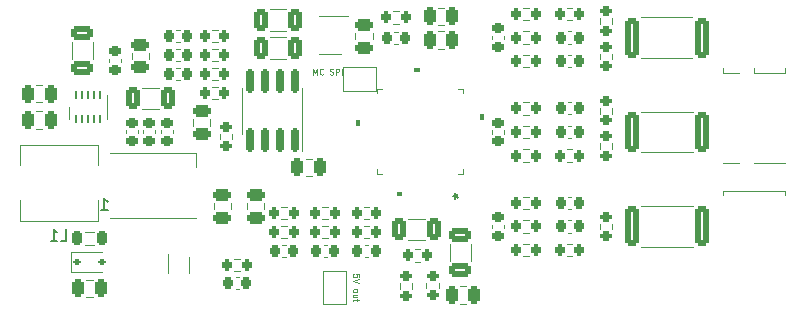
<source format=gbr>
%TF.GenerationSoftware,KiCad,Pcbnew,7.0.7*%
%TF.CreationDate,2023-10-21T19:04:04-04:00*%
%TF.ProjectId,xESC2,78455343-322e-46b6-9963-61645f706362,rev?*%
%TF.SameCoordinates,Original*%
%TF.FileFunction,Legend,Bot*%
%TF.FilePolarity,Positive*%
%FSLAX46Y46*%
G04 Gerber Fmt 4.6, Leading zero omitted, Abs format (unit mm)*
G04 Created by KiCad (PCBNEW 7.0.7) date 2023-10-21 19:04:04*
%MOMM*%
%LPD*%
G01*
G04 APERTURE LIST*
G04 Aperture macros list*
%AMRoundRect*
0 Rectangle with rounded corners*
0 $1 Rounding radius*
0 $2 $3 $4 $5 $6 $7 $8 $9 X,Y pos of 4 corners*
0 Add a 4 corners polygon primitive as box body*
4,1,4,$2,$3,$4,$5,$6,$7,$8,$9,$2,$3,0*
0 Add four circle primitives for the rounded corners*
1,1,$1+$1,$2,$3*
1,1,$1+$1,$4,$5*
1,1,$1+$1,$6,$7*
1,1,$1+$1,$8,$9*
0 Add four rect primitives between the rounded corners*
20,1,$1+$1,$2,$3,$4,$5,0*
20,1,$1+$1,$4,$5,$6,$7,0*
20,1,$1+$1,$6,$7,$8,$9,0*
20,1,$1+$1,$8,$9,$2,$3,0*%
G04 Aperture macros list end*
%ADD10C,0.100000*%
%ADD11C,0.150000*%
%ADD12C,0.120000*%
%ADD13R,1.500000X2.400000*%
%ADD14RoundRect,0.249999X0.362501X1.425001X-0.362501X1.425001X-0.362501X-1.425001X0.362501X-1.425001X0*%
%ADD15RoundRect,0.250000X-0.325000X-0.650000X0.325000X-0.650000X0.325000X0.650000X-0.325000X0.650000X0*%
%ADD16RoundRect,0.225000X-0.250000X0.225000X-0.250000X-0.225000X0.250000X-0.225000X0.250000X0.225000X0*%
%ADD17RoundRect,0.250000X0.650000X-0.325000X0.650000X0.325000X-0.650000X0.325000X-0.650000X-0.325000X0*%
%ADD18RoundRect,0.250000X0.475000X-0.250000X0.475000X0.250000X-0.475000X0.250000X-0.475000X-0.250000X0*%
%ADD19RoundRect,0.250000X-0.475000X0.250000X-0.475000X-0.250000X0.475000X-0.250000X0.475000X0.250000X0*%
%ADD20RoundRect,0.250000X0.250000X0.475000X-0.250000X0.475000X-0.250000X-0.475000X0.250000X-0.475000X0*%
%ADD21RoundRect,0.250000X-0.250000X-0.475000X0.250000X-0.475000X0.250000X0.475000X-0.250000X0.475000X0*%
%ADD22C,3.800000*%
%ADD23C,2.600000*%
%ADD24R,1.700000X1.700000*%
%ADD25O,1.700000X1.700000*%
%ADD26R,3.800000X3.800000*%
%ADD27C,4.000000*%
%ADD28C,0.650000*%
%ADD29O,1.000000X2.100000*%
%ADD30O,1.000000X1.800000*%
%ADD31RoundRect,0.200000X0.200000X0.275000X-0.200000X0.275000X-0.200000X-0.275000X0.200000X-0.275000X0*%
%ADD32RoundRect,0.225000X0.225000X0.250000X-0.225000X0.250000X-0.225000X-0.250000X0.225000X-0.250000X0*%
%ADD33RoundRect,0.225000X-0.225000X-0.250000X0.225000X-0.250000X0.225000X0.250000X-0.225000X0.250000X0*%
%ADD34RoundRect,0.200000X-0.200000X-0.275000X0.200000X-0.275000X0.200000X0.275000X-0.200000X0.275000X0*%
%ADD35RoundRect,0.200000X-0.275000X0.200000X-0.275000X-0.200000X0.275000X-0.200000X0.275000X0.200000X0*%
%ADD36RoundRect,0.200000X0.275000X-0.200000X0.275000X0.200000X-0.275000X0.200000X-0.275000X-0.200000X0*%
%ADD37RoundRect,0.249999X0.325001X0.650001X-0.325001X0.650001X-0.325001X-0.650001X0.325001X-0.650001X0*%
%ADD38RoundRect,0.225000X0.250000X-0.225000X0.250000X0.225000X-0.250000X0.225000X-0.250000X-0.225000X0*%
%ADD39R,0.279400X1.340599*%
%ADD40R,1.340599X0.279400*%
%ADD41R,5.003800X5.003800*%
%ADD42R,1.060000X0.650000*%
%ADD43RoundRect,0.150000X0.150000X-0.825000X0.150000X0.825000X-0.150000X0.825000X-0.150000X-0.825000X0*%
%ADD44R,0.340000X0.700000*%
%ADD45RoundRect,0.062500X-0.062500X0.300000X-0.062500X-0.300000X0.062500X-0.300000X0.062500X0.300000X0*%
%ADD46R,2.000000X0.900000*%
%ADD47R,1.000000X1.500000*%
%ADD48RoundRect,0.112500X-0.187500X-0.112500X0.187500X-0.112500X0.187500X0.112500X-0.187500X0.112500X0*%
%ADD49R,1.500000X0.900000*%
%ADD50R,1.500000X1.000000*%
%ADD51RoundRect,0.218750X-0.218750X-0.381250X0.218750X-0.381250X0.218750X0.381250X-0.218750X0.381250X0*%
G04 APERTURE END LIST*
D10*
X242066390Y-130672931D02*
X242066390Y-130434836D01*
X242066390Y-130434836D02*
X241828295Y-130411027D01*
X241828295Y-130411027D02*
X241852104Y-130434836D01*
X241852104Y-130434836D02*
X241875914Y-130482455D01*
X241875914Y-130482455D02*
X241875914Y-130601503D01*
X241875914Y-130601503D02*
X241852104Y-130649122D01*
X241852104Y-130649122D02*
X241828295Y-130672931D01*
X241828295Y-130672931D02*
X241780676Y-130696741D01*
X241780676Y-130696741D02*
X241661628Y-130696741D01*
X241661628Y-130696741D02*
X241614009Y-130672931D01*
X241614009Y-130672931D02*
X241590200Y-130649122D01*
X241590200Y-130649122D02*
X241566390Y-130601503D01*
X241566390Y-130601503D02*
X241566390Y-130482455D01*
X241566390Y-130482455D02*
X241590200Y-130434836D01*
X241590200Y-130434836D02*
X241614009Y-130411027D01*
X242066390Y-130839598D02*
X241566390Y-131006264D01*
X241566390Y-131006264D02*
X242066390Y-131172931D01*
X241566390Y-131791978D02*
X241590200Y-131744359D01*
X241590200Y-131744359D02*
X241614009Y-131720549D01*
X241614009Y-131720549D02*
X241661628Y-131696740D01*
X241661628Y-131696740D02*
X241804485Y-131696740D01*
X241804485Y-131696740D02*
X241852104Y-131720549D01*
X241852104Y-131720549D02*
X241875914Y-131744359D01*
X241875914Y-131744359D02*
X241899723Y-131791978D01*
X241899723Y-131791978D02*
X241899723Y-131863406D01*
X241899723Y-131863406D02*
X241875914Y-131911025D01*
X241875914Y-131911025D02*
X241852104Y-131934835D01*
X241852104Y-131934835D02*
X241804485Y-131958644D01*
X241804485Y-131958644D02*
X241661628Y-131958644D01*
X241661628Y-131958644D02*
X241614009Y-131934835D01*
X241614009Y-131934835D02*
X241590200Y-131911025D01*
X241590200Y-131911025D02*
X241566390Y-131863406D01*
X241566390Y-131863406D02*
X241566390Y-131791978D01*
X241899723Y-132387216D02*
X241566390Y-132387216D01*
X241899723Y-132172930D02*
X241637819Y-132172930D01*
X241637819Y-132172930D02*
X241590200Y-132196740D01*
X241590200Y-132196740D02*
X241566390Y-132244359D01*
X241566390Y-132244359D02*
X241566390Y-132315787D01*
X241566390Y-132315787D02*
X241590200Y-132363406D01*
X241590200Y-132363406D02*
X241614009Y-132387216D01*
X241899723Y-132553883D02*
X241899723Y-132744359D01*
X242066390Y-132625311D02*
X241637819Y-132625311D01*
X241637819Y-132625311D02*
X241590200Y-132649121D01*
X241590200Y-132649121D02*
X241566390Y-132696740D01*
X241566390Y-132696740D02*
X241566390Y-132744359D01*
X238184836Y-113533609D02*
X238184836Y-113033609D01*
X238184836Y-113033609D02*
X238351503Y-113390752D01*
X238351503Y-113390752D02*
X238518169Y-113033609D01*
X238518169Y-113033609D02*
X238518169Y-113533609D01*
X239041979Y-113485990D02*
X239018170Y-113509800D01*
X239018170Y-113509800D02*
X238946741Y-113533609D01*
X238946741Y-113533609D02*
X238899122Y-113533609D01*
X238899122Y-113533609D02*
X238827694Y-113509800D01*
X238827694Y-113509800D02*
X238780075Y-113462180D01*
X238780075Y-113462180D02*
X238756265Y-113414561D01*
X238756265Y-113414561D02*
X238732456Y-113319323D01*
X238732456Y-113319323D02*
X238732456Y-113247895D01*
X238732456Y-113247895D02*
X238756265Y-113152657D01*
X238756265Y-113152657D02*
X238780075Y-113105038D01*
X238780075Y-113105038D02*
X238827694Y-113057419D01*
X238827694Y-113057419D02*
X238899122Y-113033609D01*
X238899122Y-113033609D02*
X238946741Y-113033609D01*
X238946741Y-113033609D02*
X239018170Y-113057419D01*
X239018170Y-113057419D02*
X239041979Y-113081228D01*
X239613408Y-113509800D02*
X239684836Y-113533609D01*
X239684836Y-113533609D02*
X239803884Y-113533609D01*
X239803884Y-113533609D02*
X239851503Y-113509800D01*
X239851503Y-113509800D02*
X239875312Y-113485990D01*
X239875312Y-113485990D02*
X239899122Y-113438371D01*
X239899122Y-113438371D02*
X239899122Y-113390752D01*
X239899122Y-113390752D02*
X239875312Y-113343133D01*
X239875312Y-113343133D02*
X239851503Y-113319323D01*
X239851503Y-113319323D02*
X239803884Y-113295514D01*
X239803884Y-113295514D02*
X239708646Y-113271704D01*
X239708646Y-113271704D02*
X239661027Y-113247895D01*
X239661027Y-113247895D02*
X239637217Y-113224085D01*
X239637217Y-113224085D02*
X239613408Y-113176466D01*
X239613408Y-113176466D02*
X239613408Y-113128847D01*
X239613408Y-113128847D02*
X239637217Y-113081228D01*
X239637217Y-113081228D02*
X239661027Y-113057419D01*
X239661027Y-113057419D02*
X239708646Y-113033609D01*
X239708646Y-113033609D02*
X239827693Y-113033609D01*
X239827693Y-113033609D02*
X239899122Y-113057419D01*
X240113407Y-113533609D02*
X240113407Y-113033609D01*
X240113407Y-113033609D02*
X240303883Y-113033609D01*
X240303883Y-113033609D02*
X240351502Y-113057419D01*
X240351502Y-113057419D02*
X240375312Y-113081228D01*
X240375312Y-113081228D02*
X240399121Y-113128847D01*
X240399121Y-113128847D02*
X240399121Y-113200276D01*
X240399121Y-113200276D02*
X240375312Y-113247895D01*
X240375312Y-113247895D02*
X240351502Y-113271704D01*
X240351502Y-113271704D02*
X240303883Y-113295514D01*
X240303883Y-113295514D02*
X240113407Y-113295514D01*
X240613407Y-113533609D02*
X240613407Y-113033609D01*
D11*
X216816666Y-127604819D02*
X217292856Y-127604819D01*
X217292856Y-127604819D02*
X217292856Y-126604819D01*
X215959523Y-127604819D02*
X216530951Y-127604819D01*
X216245237Y-127604819D02*
X216245237Y-126604819D01*
X216245237Y-126604819D02*
X216340475Y-126747676D01*
X216340475Y-126747676D02*
X216435713Y-126842914D01*
X216435713Y-126842914D02*
X216530951Y-126890533D01*
X250035819Y-123830799D02*
X250273914Y-123830799D01*
X250178676Y-123592704D02*
X250273914Y-123830799D01*
X250273914Y-123830799D02*
X250178676Y-124068894D01*
X250464390Y-123687942D02*
X250273914Y-123830799D01*
X250273914Y-123830799D02*
X250464390Y-123973656D01*
X250035819Y-123830799D02*
X250273914Y-123830799D01*
X250178676Y-123592704D02*
X250273914Y-123830799D01*
X250273914Y-123830799D02*
X250178676Y-124068894D01*
X250464390Y-123687942D02*
X250273914Y-123830799D01*
X250273914Y-123830799D02*
X250464390Y-123973656D01*
X220214285Y-125004819D02*
X220785713Y-125004819D01*
X220499999Y-125004819D02*
X220499999Y-124004819D01*
X220499999Y-124004819D02*
X220595237Y-124147676D01*
X220595237Y-124147676D02*
X220690475Y-124242914D01*
X220690475Y-124242914D02*
X220785713Y-124290533D01*
D12*
%TO.C,L1*%
X213350000Y-125900000D02*
X219950000Y-125900000D01*
X219950000Y-125900000D02*
X219950000Y-124200000D01*
X219950000Y-119500000D02*
X213350000Y-119500000D01*
X213350000Y-119500000D02*
X213350000Y-121200000D01*
X219950000Y-121200000D02*
X219950000Y-119500000D01*
X213350000Y-124200000D02*
X213350000Y-125900000D01*
%TO.C,R3*%
X270314564Y-128110000D02*
X265960436Y-128110000D01*
X270314564Y-124690000D02*
X265960436Y-124690000D01*
%TO.C,C4*%
X246238748Y-127560000D02*
X247661252Y-127560000D01*
X246238748Y-125740000D02*
X247661252Y-125740000D01*
%TO.C,C36*%
X226320000Y-118234420D02*
X226320000Y-118515580D01*
X225300000Y-118234420D02*
X225300000Y-118515580D01*
%TO.C,C35*%
X224810000Y-118234420D02*
X224810000Y-118515580D01*
X223790000Y-118234420D02*
X223790000Y-118515580D01*
%TO.C,C34*%
X223320000Y-118234420D02*
X223320000Y-118515580D01*
X222300000Y-118234420D02*
X222300000Y-118515580D01*
%TO.C,C22*%
X219560000Y-112211252D02*
X219560000Y-110788748D01*
X217740000Y-112211252D02*
X217740000Y-110788748D01*
%TO.C,C33*%
X231235000Y-124961252D02*
X231235000Y-124438748D01*
X229765000Y-124961252D02*
X229765000Y-124438748D01*
%TO.C,C32*%
X229485000Y-117338748D02*
X229485000Y-117861252D01*
X228015000Y-117338748D02*
X228015000Y-117861252D01*
%TO.C,C18*%
X232565000Y-124961252D02*
X232565000Y-124438748D01*
X234035000Y-124961252D02*
X234035000Y-124438748D01*
%TO.C,C17*%
X222815000Y-112211252D02*
X222815000Y-111688748D01*
X224285000Y-112211252D02*
X224285000Y-111688748D01*
%TO.C,C16*%
X223688748Y-116460000D02*
X225111252Y-116460000D01*
X223688748Y-114640000D02*
X225111252Y-114640000D01*
%TO.C,C7*%
X238061252Y-122135000D02*
X237538748Y-122135000D01*
X238061252Y-120665000D02*
X237538748Y-120665000D01*
%TO.C,C6*%
X250588748Y-131465000D02*
X251111252Y-131465000D01*
X250588748Y-132935000D02*
X251111252Y-132935000D01*
%TO.C,C5*%
X249740000Y-129311252D02*
X249740000Y-127888748D01*
X251560000Y-129311252D02*
X251560000Y-127888748D01*
%TO.C,R4*%
X256437258Y-124922500D02*
X255962742Y-124922500D01*
X256437258Y-123877500D02*
X255962742Y-123877500D01*
%TO.C,C15*%
X242840580Y-128960000D02*
X242559420Y-128960000D01*
X242840580Y-127940000D02*
X242559420Y-127940000D01*
%TO.C,C11*%
X245059420Y-109940000D02*
X245340580Y-109940000D01*
X245059420Y-110960000D02*
X245340580Y-110960000D01*
%TO.C,C13*%
X241765000Y-110561252D02*
X241765000Y-110038748D01*
X243235000Y-110561252D02*
X243235000Y-110038748D01*
%TO.C,C25*%
X259759420Y-115890000D02*
X260040580Y-115890000D01*
X259759420Y-116910000D02*
X260040580Y-116910000D01*
%TO.C,C26*%
X259759420Y-111890000D02*
X260040580Y-111890000D01*
X259759420Y-112910000D02*
X260040580Y-112910000D01*
%TO.C,R5*%
X256437258Y-118922500D02*
X255962742Y-118922500D01*
X256437258Y-117877500D02*
X255962742Y-117877500D01*
%TO.C,R6*%
X256437258Y-120922500D02*
X255962742Y-120922500D01*
X256437258Y-119877500D02*
X255962742Y-119877500D01*
%TO.C,C27*%
X239340580Y-128960000D02*
X239059420Y-128960000D01*
X239340580Y-127940000D02*
X239059420Y-127940000D01*
%TO.C,R7*%
X270314564Y-120110000D02*
X265960436Y-120110000D01*
X270314564Y-116690000D02*
X265960436Y-116690000D01*
%TO.C,C28*%
X235840580Y-128960000D02*
X235559420Y-128960000D01*
X235840580Y-127940000D02*
X235559420Y-127940000D01*
%TO.C,R8*%
X256437258Y-116922500D02*
X255962742Y-116922500D01*
X256437258Y-115877500D02*
X255962742Y-115877500D01*
%TO.C,R9*%
X256437258Y-110922500D02*
X255962742Y-110922500D01*
X256437258Y-109877500D02*
X255962742Y-109877500D01*
%TO.C,R10*%
X256437258Y-108922500D02*
X255962742Y-108922500D01*
X256437258Y-107877500D02*
X255962742Y-107877500D01*
%TO.C,R11*%
X270277064Y-112110000D02*
X265922936Y-112110000D01*
X270277064Y-108690000D02*
X265922936Y-108690000D01*
%TO.C,R13*%
X246762742Y-129372500D02*
X247237258Y-129372500D01*
X246762742Y-128327500D02*
X247237258Y-128327500D01*
%TO.C,R14*%
X248822500Y-131162742D02*
X248822500Y-131637258D01*
X247777500Y-131162742D02*
X247777500Y-131637258D01*
%TO.C,R15*%
X245527500Y-131687258D02*
X245527500Y-131212742D01*
X246572500Y-131687258D02*
X246572500Y-131212742D01*
%TO.C,R17*%
X242462742Y-124727500D02*
X242937258Y-124727500D01*
X242462742Y-125772500D02*
X242937258Y-125772500D01*
%TO.C,R18*%
X242937258Y-127372500D02*
X242462742Y-127372500D01*
X242937258Y-126327500D02*
X242462742Y-126327500D01*
%TO.C,R19*%
X238962742Y-124727500D02*
X239437258Y-124727500D01*
X238962742Y-125772500D02*
X239437258Y-125772500D01*
%TO.C,R20*%
X239437258Y-127372500D02*
X238962742Y-127372500D01*
X239437258Y-126327500D02*
X238962742Y-126327500D01*
%TO.C,R21*%
X235462742Y-124727500D02*
X235937258Y-124727500D01*
X235462742Y-125772500D02*
X235937258Y-125772500D01*
%TO.C,R22*%
X235937258Y-127372500D02*
X235462742Y-127372500D01*
X235937258Y-126327500D02*
X235462742Y-126327500D01*
%TO.C,R29*%
X244962742Y-108177500D02*
X245437258Y-108177500D01*
X244962742Y-109222500D02*
X245437258Y-109222500D01*
%TO.C,R2*%
X256437258Y-128922500D02*
X255962742Y-128922500D01*
X256437258Y-127877500D02*
X255962742Y-127877500D01*
%TO.C,C12*%
X249261252Y-111335000D02*
X248738748Y-111335000D01*
X249261252Y-109865000D02*
X248738748Y-109865000D01*
%TO.C,C14*%
X248738748Y-107865000D02*
X249261252Y-107865000D01*
X248738748Y-109335000D02*
X249261252Y-109335000D01*
%TO.C,C29*%
X260040580Y-126910000D02*
X259759420Y-126910000D01*
X260040580Y-125890000D02*
X259759420Y-125890000D01*
%TO.C,C30*%
X260040580Y-118910000D02*
X259759420Y-118910000D01*
X260040580Y-117890000D02*
X259759420Y-117890000D01*
%TO.C,R25*%
X263522500Y-119362742D02*
X263522500Y-119837258D01*
X262477500Y-119362742D02*
X262477500Y-119837258D01*
%TO.C,C31*%
X260040580Y-110910000D02*
X259759420Y-110910000D01*
X260040580Y-109890000D02*
X259759420Y-109890000D01*
%TO.C,R24*%
X260137258Y-128922500D02*
X259662742Y-128922500D01*
X260137258Y-127877500D02*
X259662742Y-127877500D01*
%TO.C,R28*%
X260137258Y-108922500D02*
X259662742Y-108922500D01*
X260137258Y-107877500D02*
X259662742Y-107877500D01*
%TO.C,R23*%
X263522500Y-126162742D02*
X263522500Y-126637258D01*
X262477500Y-126162742D02*
X262477500Y-126637258D01*
%TO.C,R26*%
X260137258Y-120922500D02*
X259662742Y-120922500D01*
X260137258Y-119877500D02*
X259662742Y-119877500D01*
%TO.C,C21*%
X235911252Y-109810000D02*
X234488748Y-109810000D01*
X235911252Y-107990000D02*
X234488748Y-107990000D01*
%TO.C,C20*%
X235911252Y-112210000D02*
X234488748Y-112210000D01*
X235911252Y-110390000D02*
X234488748Y-110390000D01*
%TO.C,C9*%
X254310000Y-118259420D02*
X254310000Y-118540580D01*
X253290000Y-118259420D02*
X253290000Y-118540580D01*
%TO.C,C8*%
X254310000Y-126259420D02*
X254310000Y-126540580D01*
X253290000Y-126259420D02*
X253290000Y-126540580D01*
%TO.C,C10*%
X253290000Y-110540580D02*
X253290000Y-110259420D01*
X254310000Y-110540580D02*
X254310000Y-110259420D01*
%TO.C,U1*%
X243567800Y-121982200D02*
X243567800Y-121572440D01*
X243977560Y-121982200D02*
X243567800Y-121982200D01*
X250832200Y-121982200D02*
X250422440Y-121982200D01*
X250832200Y-121572440D02*
X250832200Y-121982200D01*
X243567800Y-115127560D02*
X243567800Y-114717800D01*
X243567800Y-114717800D02*
X243977560Y-114717800D01*
X250422440Y-114717800D02*
X250832200Y-114717800D01*
X250832200Y-114717800D02*
X250832200Y-115127560D01*
D10*
X245640501Y-123703799D02*
X245259501Y-123703799D01*
X245259501Y-123449799D01*
X245640501Y-123449799D01*
X245640501Y-123703799D01*
G36*
X245640501Y-123703799D02*
G01*
X245259501Y-123703799D01*
X245259501Y-123449799D01*
X245640501Y-123449799D01*
X245640501Y-123703799D01*
G37*
X242100201Y-117790499D02*
X241846201Y-117790499D01*
X241846201Y-117409499D01*
X242100201Y-117409499D01*
X242100201Y-117790499D01*
G36*
X242100201Y-117790499D02*
G01*
X241846201Y-117790499D01*
X241846201Y-117409499D01*
X242100201Y-117409499D01*
X242100201Y-117790499D01*
G37*
X252553799Y-117290500D02*
X252299799Y-117290500D01*
X252299799Y-116909500D01*
X252553799Y-116909500D01*
X252553799Y-117290500D01*
G36*
X252553799Y-117290500D02*
G01*
X252299799Y-117290500D01*
X252299799Y-116909500D01*
X252553799Y-116909500D01*
X252553799Y-117290500D01*
G37*
X247140501Y-113250201D02*
X246759500Y-113250201D01*
X246759500Y-112996201D01*
X247140501Y-112996201D01*
X247140501Y-113250201D01*
G36*
X247140501Y-113250201D02*
G01*
X246759500Y-113250201D01*
X246759500Y-112996201D01*
X247140501Y-112996201D01*
X247140501Y-113250201D01*
G37*
D12*
%TO.C,R1*%
X256437258Y-126922500D02*
X255962742Y-126922500D01*
X256437258Y-125877500D02*
X255962742Y-125877500D01*
%TO.C,R27*%
X262477500Y-109237258D02*
X262477500Y-108762742D01*
X263522500Y-109237258D02*
X263522500Y-108762742D01*
%TO.C,R12*%
X256437258Y-112922500D02*
X255962742Y-112922500D01*
X256437258Y-111877500D02*
X255962742Y-111877500D01*
%TO.C,C24*%
X259759420Y-123890000D02*
X260040580Y-123890000D01*
X259759420Y-124910000D02*
X260040580Y-124910000D01*
%TO.C,U2*%
X240500000Y-111810000D02*
X238700000Y-111810000D01*
X238700000Y-108590000D02*
X241150000Y-108590000D01*
%TO.C,U5*%
X232140000Y-116600000D02*
X232140000Y-118550000D01*
X232140000Y-116600000D02*
X232140000Y-114650000D01*
X237260000Y-116600000D02*
X237260000Y-120050000D01*
X237260000Y-116600000D02*
X237260000Y-114650000D01*
%TO.C,R33*%
X230087258Y-114022500D02*
X229612742Y-114022500D01*
X230087258Y-112977500D02*
X229612742Y-112977500D01*
%TO.C,R34*%
X230087258Y-112422500D02*
X229612742Y-112422500D01*
X230087258Y-111377500D02*
X229612742Y-111377500D01*
%TO.C,C45*%
X226890580Y-114010000D02*
X226609420Y-114010000D01*
X226890580Y-112990000D02*
X226609420Y-112990000D01*
%TO.C,C46*%
X226890580Y-112410000D02*
X226609420Y-112410000D01*
X226890580Y-111390000D02*
X226609420Y-111390000D01*
%TO.C,R35*%
X230087258Y-110822500D02*
X229612742Y-110822500D01*
X230087258Y-109777500D02*
X229612742Y-109777500D01*
%TO.C,R30*%
X230087258Y-115622500D02*
X229612742Y-115622500D01*
X230087258Y-114577500D02*
X229612742Y-114577500D01*
%TO.C,C47*%
X226890580Y-110810000D02*
X226609420Y-110810000D01*
X226890580Y-109790000D02*
X226609420Y-109790000D01*
%TO.C,R41*%
X262477500Y-112237258D02*
X262477500Y-111762742D01*
X263522500Y-112237258D02*
X263522500Y-111762742D01*
%TO.C,TH1*%
X262477500Y-116837258D02*
X262477500Y-116362742D01*
X263522500Y-116837258D02*
X263522500Y-116362742D01*
%TO.C,J8*%
X272910000Y-108180000D02*
X278110000Y-108180000D01*
X272910000Y-110780000D02*
X272910000Y-108180000D01*
X272910000Y-110780000D02*
X275510000Y-110780000D01*
X272910000Y-112050000D02*
X272910000Y-113380000D01*
X272910000Y-113380000D02*
X274240000Y-113380000D01*
X275510000Y-110780000D02*
X275510000Y-113380000D01*
X275510000Y-113380000D02*
X278110000Y-113380000D01*
X278110000Y-113380000D02*
X278110000Y-108180000D01*
%TO.C,J7*%
X272910000Y-115800000D02*
X278110000Y-115800000D01*
X272910000Y-118400000D02*
X272910000Y-115800000D01*
X272910000Y-118400000D02*
X275510000Y-118400000D01*
X272910000Y-119670000D02*
X272910000Y-121000000D01*
X272910000Y-121000000D02*
X274240000Y-121000000D01*
X275510000Y-118400000D02*
X275510000Y-121000000D01*
X275510000Y-121000000D02*
X278110000Y-121000000D01*
X278110000Y-121000000D02*
X278110000Y-115800000D01*
%TO.C,J6*%
X272910000Y-123420000D02*
X278110000Y-123420000D01*
X272910000Y-126020000D02*
X272910000Y-123420000D01*
X272910000Y-126020000D02*
X275510000Y-126020000D01*
X272910000Y-127290000D02*
X272910000Y-128620000D01*
X272910000Y-128620000D02*
X274240000Y-128620000D01*
X275510000Y-126020000D02*
X275510000Y-128620000D01*
X275510000Y-128620000D02*
X278110000Y-128620000D01*
X278110000Y-128620000D02*
X278110000Y-123420000D01*
%TO.C,R36*%
X230277500Y-119012258D02*
X230277500Y-118537742D01*
X231322500Y-119012258D02*
X231322500Y-118537742D01*
%TO.C,C68*%
X218988748Y-130915000D02*
X219511252Y-130915000D01*
X218988748Y-132385000D02*
X219511252Y-132385000D01*
%TO.C,D8*%
X225850000Y-128750000D02*
X225850000Y-130300000D01*
X227650000Y-130300000D02*
X227650000Y-129000000D01*
%TO.C,C23*%
X221910000Y-112209420D02*
X221910000Y-112490580D01*
X220890000Y-112209420D02*
X220890000Y-112490580D01*
%TO.C,IC2*%
X220740000Y-115285000D02*
X220740000Y-117285000D01*
X217520000Y-116285000D02*
X217520000Y-117285000D01*
%TO.C,JP1*%
X240700000Y-112900000D02*
X240700000Y-114900000D01*
X240700000Y-114900000D02*
X243500000Y-114900000D01*
X243500000Y-112900000D02*
X240700000Y-112900000D01*
X243500000Y-114900000D02*
X243500000Y-112900000D01*
%TO.C,C55*%
X214738748Y-114415000D02*
X215261252Y-114415000D01*
X214738748Y-115885000D02*
X215261252Y-115885000D01*
%TO.C,C56*%
X214738748Y-116665000D02*
X215261252Y-116665000D01*
X214738748Y-118135000D02*
X215261252Y-118135000D01*
%TO.C,D11*%
X217640000Y-128550000D02*
X220300000Y-128550000D01*
X217640000Y-130250000D02*
X217640000Y-128550000D01*
X217640000Y-130250000D02*
X220300000Y-130250000D01*
%TO.C,IC3*%
X221000000Y-120200000D02*
X228300000Y-120200000D01*
X221000000Y-125700000D02*
X228300000Y-125700000D01*
X228300000Y-120200000D02*
X228300000Y-121350000D01*
%TO.C,JP2*%
X239000000Y-132950000D02*
X241000000Y-132950000D01*
X241000000Y-132950000D02*
X241000000Y-130150000D01*
X239000000Y-130150000D02*
X239000000Y-132950000D01*
X241000000Y-130150000D02*
X239000000Y-130150000D01*
%TO.C,R82*%
X231512742Y-129127500D02*
X231987258Y-129127500D01*
X231512742Y-130172500D02*
X231987258Y-130172500D01*
%TO.C,C70*%
X231890580Y-131660000D02*
X231609420Y-131660000D01*
X231890580Y-130640000D02*
X231609420Y-130640000D01*
%TO.C,L3*%
X218850378Y-126840000D02*
X219649622Y-126840000D01*
X218850378Y-127960000D02*
X219649622Y-127960000D01*
%TD*%
%LPC*%
D13*
%TO.C,L1*%
X213900000Y-122700000D03*
X219400000Y-122700000D03*
%TD*%
D14*
%TO.C,R3*%
X271100000Y-126400000D03*
X265175000Y-126400000D03*
%TD*%
D15*
%TO.C,C4*%
X245475000Y-126650000D03*
X248425000Y-126650000D03*
%TD*%
D16*
%TO.C,C36*%
X225810000Y-117600000D03*
X225810000Y-119150000D03*
%TD*%
%TO.C,C35*%
X224300000Y-117600000D03*
X224300000Y-119150000D03*
%TD*%
%TO.C,C34*%
X222810000Y-117600000D03*
X222810000Y-119150000D03*
%TD*%
D17*
%TO.C,C22*%
X218650000Y-112975000D03*
X218650000Y-110025000D03*
%TD*%
D18*
%TO.C,C33*%
X230500000Y-123750000D03*
X230500000Y-125650000D03*
%TD*%
D19*
%TO.C,C32*%
X228750000Y-116650000D03*
X228750000Y-118550000D03*
%TD*%
D18*
%TO.C,C18*%
X233300000Y-125650000D03*
X233300000Y-123750000D03*
%TD*%
%TO.C,C17*%
X223550000Y-112900000D03*
X223550000Y-111000000D03*
%TD*%
D15*
%TO.C,C16*%
X222925000Y-115550000D03*
X225875000Y-115550000D03*
%TD*%
D20*
%TO.C,C7*%
X238750000Y-121400000D03*
X236850000Y-121400000D03*
%TD*%
D21*
%TO.C,C6*%
X249900000Y-132200000D03*
X251800000Y-132200000D03*
%TD*%
D17*
%TO.C,C5*%
X250650000Y-127125000D03*
X250650000Y-130075000D03*
%TD*%
D22*
%TO.C,H4*%
X277050000Y-132050000D03*
D23*
X277050000Y-132050000D03*
%TD*%
D22*
%TO.C,H3*%
X277050000Y-104950000D03*
D23*
X277050000Y-104950000D03*
%TD*%
D22*
%TO.C,H2*%
X214300000Y-110350000D03*
D23*
X214300000Y-110350000D03*
%TD*%
D24*
%TO.C,J10*%
X197090000Y-113800000D03*
D25*
X199630000Y-113800000D03*
X202170000Y-113800000D03*
X204710000Y-113800000D03*
X207250000Y-113800000D03*
X209790000Y-113800000D03*
%TD*%
D24*
%TO.C,J9*%
X197090000Y-118450000D03*
D25*
X199630000Y-118450000D03*
X202170000Y-118450000D03*
X204710000Y-118450000D03*
X207250000Y-118450000D03*
X209790000Y-118450000D03*
%TD*%
D24*
%TO.C,J4*%
X197090000Y-123100000D03*
D25*
X199630000Y-123100000D03*
X202170000Y-123100000D03*
X204710000Y-123100000D03*
X207250000Y-123100000D03*
X209790000Y-123100000D03*
%TD*%
D24*
%TO.C,J11*%
X197090000Y-109150000D03*
D25*
X199630000Y-109150000D03*
X202170000Y-109150000D03*
X204710000Y-109150000D03*
X207250000Y-109150000D03*
X209790000Y-109150000D03*
%TD*%
D24*
%TO.C,J3*%
X197090000Y-127750000D03*
D25*
X199630000Y-127750000D03*
X202170000Y-127750000D03*
X204710000Y-127750000D03*
X207250000Y-127750000D03*
X209790000Y-127750000D03*
%TD*%
D24*
%TO.C,J2*%
X197090000Y-132400000D03*
D25*
X199630000Y-132400000D03*
X202170000Y-132400000D03*
X204710000Y-132400000D03*
X207250000Y-132400000D03*
X209790000Y-132400000D03*
%TD*%
D24*
%TO.C,J12*%
X197090000Y-104500000D03*
D25*
X199630000Y-104500000D03*
X202170000Y-104500000D03*
X204710000Y-104500000D03*
X207250000Y-104500000D03*
X209790000Y-104500000D03*
%TD*%
D24*
%TO.C,J1*%
X227480000Y-105400000D03*
D25*
X230020000Y-105400000D03*
X232560000Y-105400000D03*
X235100000Y-105400000D03*
X237640000Y-105400000D03*
X240180000Y-105400000D03*
%TD*%
D24*
%TO.C,J15*%
X250840000Y-105400000D03*
D25*
X248300000Y-105400000D03*
X245760000Y-105400000D03*
X243220000Y-105400000D03*
%TD*%
D26*
%TO.C,J13*%
X217500000Y-106300000D03*
D27*
X222500000Y-106300000D03*
%TD*%
D28*
%TO.C,J14*%
X216720000Y-128150000D03*
X222500000Y-128150000D03*
D29*
X215290000Y-127650000D03*
D30*
X215290000Y-131830000D03*
D29*
X223930000Y-127650000D03*
D30*
X223930000Y-131830000D03*
%TD*%
D31*
%TO.C,R4*%
X257025000Y-124400000D03*
X255375000Y-124400000D03*
%TD*%
D32*
%TO.C,C15*%
X243475000Y-128450000D03*
X241925000Y-128450000D03*
%TD*%
D33*
%TO.C,C11*%
X244425000Y-110450000D03*
X245975000Y-110450000D03*
%TD*%
D18*
%TO.C,C13*%
X242500000Y-111250000D03*
X242500000Y-109350000D03*
%TD*%
D33*
%TO.C,C25*%
X259125000Y-116400000D03*
X260675000Y-116400000D03*
%TD*%
%TO.C,C26*%
X259125000Y-112400000D03*
X260675000Y-112400000D03*
%TD*%
D31*
%TO.C,R5*%
X257025000Y-118400000D03*
X255375000Y-118400000D03*
%TD*%
%TO.C,R6*%
X257025000Y-120400000D03*
X255375000Y-120400000D03*
%TD*%
D32*
%TO.C,C27*%
X239975000Y-128450000D03*
X238425000Y-128450000D03*
%TD*%
D14*
%TO.C,R7*%
X271100000Y-118400000D03*
X265175000Y-118400000D03*
%TD*%
D32*
%TO.C,C28*%
X236475000Y-128450000D03*
X234925000Y-128450000D03*
%TD*%
D31*
%TO.C,R8*%
X257025000Y-116400000D03*
X255375000Y-116400000D03*
%TD*%
%TO.C,R9*%
X257025000Y-110400000D03*
X255375000Y-110400000D03*
%TD*%
%TO.C,R10*%
X257025000Y-108400000D03*
X255375000Y-108400000D03*
%TD*%
D14*
%TO.C,R11*%
X271062500Y-110400000D03*
X265137500Y-110400000D03*
%TD*%
D34*
%TO.C,R13*%
X247825000Y-128850000D03*
X246175000Y-128850000D03*
%TD*%
D35*
%TO.C,R14*%
X248300000Y-130575000D03*
X248300000Y-132225000D03*
%TD*%
D36*
%TO.C,R15*%
X246050000Y-132275000D03*
X246050000Y-130625000D03*
%TD*%
D34*
%TO.C,R17*%
X241875000Y-125250000D03*
X243525000Y-125250000D03*
%TD*%
D31*
%TO.C,R18*%
X243525000Y-126850000D03*
X241875000Y-126850000D03*
%TD*%
D34*
%TO.C,R19*%
X238375000Y-125250000D03*
X240025000Y-125250000D03*
%TD*%
D31*
%TO.C,R20*%
X240025000Y-126850000D03*
X238375000Y-126850000D03*
%TD*%
D34*
%TO.C,R21*%
X234875000Y-125250000D03*
X236525000Y-125250000D03*
%TD*%
D31*
%TO.C,R22*%
X236525000Y-126850000D03*
X234875000Y-126850000D03*
%TD*%
D34*
%TO.C,R29*%
X244375000Y-108700000D03*
X246025000Y-108700000D03*
%TD*%
D31*
%TO.C,R2*%
X257025000Y-128400000D03*
X255375000Y-128400000D03*
%TD*%
D20*
%TO.C,C12*%
X249950000Y-110600000D03*
X248050000Y-110600000D03*
%TD*%
D21*
%TO.C,C14*%
X248050000Y-108600000D03*
X249950000Y-108600000D03*
%TD*%
D32*
%TO.C,C29*%
X260675000Y-126400000D03*
X259125000Y-126400000D03*
%TD*%
%TO.C,C30*%
X260675000Y-118400000D03*
X259125000Y-118400000D03*
%TD*%
D35*
%TO.C,R25*%
X263000000Y-118775000D03*
X263000000Y-120425000D03*
%TD*%
D32*
%TO.C,C31*%
X260675000Y-110400000D03*
X259125000Y-110400000D03*
%TD*%
D31*
%TO.C,R24*%
X260725000Y-128400000D03*
X259075000Y-128400000D03*
%TD*%
%TO.C,R28*%
X260725000Y-108400000D03*
X259075000Y-108400000D03*
%TD*%
D35*
%TO.C,R23*%
X263000000Y-125575000D03*
X263000000Y-127225000D03*
%TD*%
D31*
%TO.C,R26*%
X260725000Y-120400000D03*
X259075000Y-120400000D03*
%TD*%
D37*
%TO.C,C21*%
X236675000Y-108900000D03*
X233725000Y-108900000D03*
%TD*%
%TO.C,C20*%
X236675000Y-111300000D03*
X233725000Y-111300000D03*
%TD*%
D16*
%TO.C,C9*%
X253800000Y-117625000D03*
X253800000Y-119175000D03*
%TD*%
%TO.C,C8*%
X253800000Y-125625000D03*
X253800000Y-127175000D03*
%TD*%
D38*
%TO.C,C10*%
X253800000Y-111175000D03*
X253800000Y-109625000D03*
%TD*%
D39*
%TO.C,U1*%
X249950000Y-122525501D03*
X249450001Y-122525501D03*
X248949999Y-122525501D03*
X248450000Y-122525501D03*
X247950001Y-122525501D03*
X247450000Y-122525501D03*
X246950000Y-122525501D03*
X246449999Y-122525501D03*
X245950000Y-122525501D03*
X245450001Y-122525501D03*
X244949999Y-122525501D03*
X244450000Y-122525501D03*
D40*
X243024499Y-121100000D03*
X243024499Y-120600001D03*
X243024499Y-120099999D03*
X243024499Y-119600000D03*
X243024499Y-119100001D03*
X243024499Y-118600000D03*
X243024499Y-118100000D03*
X243024499Y-117599999D03*
X243024499Y-117100000D03*
X243024499Y-116600001D03*
X243024499Y-116099999D03*
X243024499Y-115600000D03*
D39*
X244450000Y-114174499D03*
X244949999Y-114174499D03*
X245450001Y-114174499D03*
X245950000Y-114174499D03*
X246449999Y-114174499D03*
X246950000Y-114174499D03*
X247450000Y-114174499D03*
X247950001Y-114174499D03*
X248450000Y-114174499D03*
X248949999Y-114174499D03*
X249450001Y-114174499D03*
X249950000Y-114174499D03*
D40*
X251375501Y-115600000D03*
X251375501Y-116099999D03*
X251375501Y-116600001D03*
X251375501Y-117100000D03*
X251375501Y-117599999D03*
X251375501Y-118100000D03*
X251375501Y-118600000D03*
X251375501Y-119100001D03*
X251375501Y-119600000D03*
X251375501Y-120099999D03*
X251375501Y-120600001D03*
X251375501Y-121100000D03*
D41*
X247200000Y-118350000D03*
%TD*%
D31*
%TO.C,R1*%
X257025000Y-126400000D03*
X255375000Y-126400000D03*
%TD*%
D36*
%TO.C,R27*%
X263000000Y-109825000D03*
X263000000Y-108175000D03*
%TD*%
D31*
%TO.C,R12*%
X257025000Y-112400000D03*
X255375000Y-112400000D03*
%TD*%
D33*
%TO.C,C24*%
X259125000Y-124400000D03*
X260675000Y-124400000D03*
%TD*%
D42*
%TO.C,U2*%
X240700000Y-109250000D03*
X240700000Y-110200000D03*
X240700000Y-111150000D03*
X238500000Y-111150000D03*
X238500000Y-109250000D03*
%TD*%
D43*
%TO.C,U5*%
X236605000Y-119075000D03*
X235335000Y-119075000D03*
X234065000Y-119075000D03*
X232795000Y-119075000D03*
X232795000Y-114125000D03*
X234065000Y-114125000D03*
X235335000Y-114125000D03*
X236605000Y-114125000D03*
%TD*%
D31*
%TO.C,R33*%
X230675000Y-113500000D03*
X229025000Y-113500000D03*
%TD*%
%TO.C,R34*%
X230675000Y-111900000D03*
X229025000Y-111900000D03*
%TD*%
D32*
%TO.C,C45*%
X227525000Y-113500000D03*
X225975000Y-113500000D03*
%TD*%
%TO.C,C46*%
X227525000Y-111900000D03*
X225975000Y-111900000D03*
%TD*%
D31*
%TO.C,R35*%
X230675000Y-110300000D03*
X229025000Y-110300000D03*
%TD*%
%TO.C,R30*%
X230675000Y-115100000D03*
X229025000Y-115100000D03*
%TD*%
D32*
%TO.C,C47*%
X227525000Y-110300000D03*
X225975000Y-110300000D03*
%TD*%
D36*
%TO.C,R41*%
X263000000Y-112825000D03*
X263000000Y-111175000D03*
%TD*%
%TO.C,TH1*%
X263000000Y-117425000D03*
X263000000Y-115775000D03*
%TD*%
D24*
%TO.C,J8*%
X274240000Y-112050000D03*
D25*
X276780000Y-112050000D03*
X274240000Y-109510000D03*
X276780000Y-109510000D03*
%TD*%
D24*
%TO.C,J7*%
X274240000Y-119670000D03*
D25*
X276780000Y-119670000D03*
X274240000Y-117130000D03*
X276780000Y-117130000D03*
%TD*%
D24*
%TO.C,J6*%
X274240000Y-127290000D03*
D25*
X276780000Y-127290000D03*
X274240000Y-124750000D03*
X276780000Y-124750000D03*
%TD*%
D36*
%TO.C,R36*%
X230800000Y-119600000D03*
X230800000Y-117950000D03*
%TD*%
D21*
%TO.C,C68*%
X218300000Y-131650000D03*
X220200000Y-131650000D03*
%TD*%
D44*
%TO.C,D8*%
X226250000Y-128900000D03*
X226750000Y-128900000D03*
X227250000Y-128900000D03*
X227250000Y-130400000D03*
X226750000Y-130400000D03*
X226250000Y-130400000D03*
%TD*%
D16*
%TO.C,C23*%
X221400000Y-111575000D03*
X221400000Y-113125000D03*
%TD*%
D45*
%TO.C,IC2*%
X218130000Y-115272500D03*
X218630000Y-115272500D03*
X219130000Y-115272500D03*
X219630000Y-115272500D03*
X220130000Y-115272500D03*
X220130000Y-117297500D03*
X219630000Y-117297500D03*
X219130000Y-117297500D03*
X218630000Y-117297500D03*
X218130000Y-117297500D03*
D46*
X219130000Y-116285000D03*
%TD*%
D47*
%TO.C,JP1*%
X241450000Y-113900000D03*
X242750000Y-113900000D03*
%TD*%
D21*
%TO.C,C55*%
X214050000Y-115150000D03*
X215950000Y-115150000D03*
%TD*%
%TO.C,C56*%
X214050000Y-117400000D03*
X215950000Y-117400000D03*
%TD*%
D48*
%TO.C,D11*%
X218200000Y-129400000D03*
X220300000Y-129400000D03*
%TD*%
D49*
%TO.C,IC3*%
X222200000Y-124600000D03*
X222200000Y-121300000D03*
X227100000Y-121300000D03*
X227100000Y-124600000D03*
%TD*%
D50*
%TO.C,JP2*%
X240000000Y-132200000D03*
X240000000Y-130900000D03*
%TD*%
D34*
%TO.C,R82*%
X230925000Y-129650000D03*
X232575000Y-129650000D03*
%TD*%
D32*
%TO.C,C70*%
X232525000Y-131150000D03*
X230975000Y-131150000D03*
%TD*%
D51*
%TO.C,L3*%
X218187500Y-127400000D03*
X220312500Y-127400000D03*
%TD*%
G36*
X278425500Y-115819962D02*
G01*
X278480038Y-115874500D01*
X278500000Y-115949000D01*
X278500000Y-120851000D01*
X278480038Y-120925500D01*
X278425500Y-120980038D01*
X278351000Y-121000000D01*
X272549000Y-121000000D01*
X272474500Y-120980038D01*
X272419962Y-120925500D01*
X272400000Y-120851000D01*
X272400000Y-115949000D01*
X272419962Y-115874500D01*
X272474500Y-115819962D01*
X272549000Y-115800000D01*
X278351000Y-115800000D01*
X278425500Y-115819962D01*
G37*
G36*
X278425500Y-123819962D02*
G01*
X278480038Y-123874500D01*
X278500000Y-123949000D01*
X278500000Y-128851000D01*
X278480038Y-128925500D01*
X278425500Y-128980038D01*
X278351000Y-129000000D01*
X272549000Y-129000000D01*
X272474500Y-128980038D01*
X272419962Y-128925500D01*
X272400000Y-128851000D01*
X272400000Y-123949000D01*
X272419962Y-123874500D01*
X272474500Y-123819962D01*
X272549000Y-123800000D01*
X278351000Y-123800000D01*
X278425500Y-123819962D01*
G37*
G36*
X278425500Y-107819962D02*
G01*
X278480038Y-107874500D01*
X278500000Y-107949000D01*
X278500000Y-112851000D01*
X278480038Y-112925500D01*
X278425500Y-112980038D01*
X278351000Y-113000000D01*
X272549000Y-113000000D01*
X272474500Y-112980038D01*
X272419962Y-112925500D01*
X272400000Y-112851000D01*
X272400000Y-107949000D01*
X272419962Y-107874500D01*
X272474500Y-107819962D01*
X272549000Y-107800000D01*
X278351000Y-107800000D01*
X278425500Y-107819962D01*
G37*
%LPD*%
M02*

</source>
